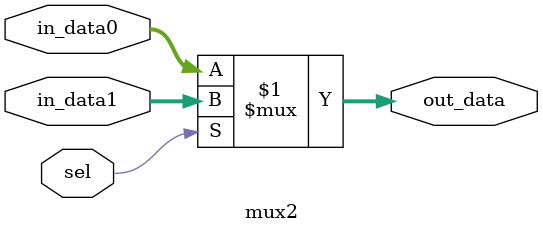
<source format=v>
module mux2 (
    input sel,
    input [31:0] in_data0, in_data1,
    output [31:0] out_data
);
    assign out_data = (sel) ? in_data1 : in_data0;
endmodule
</source>
